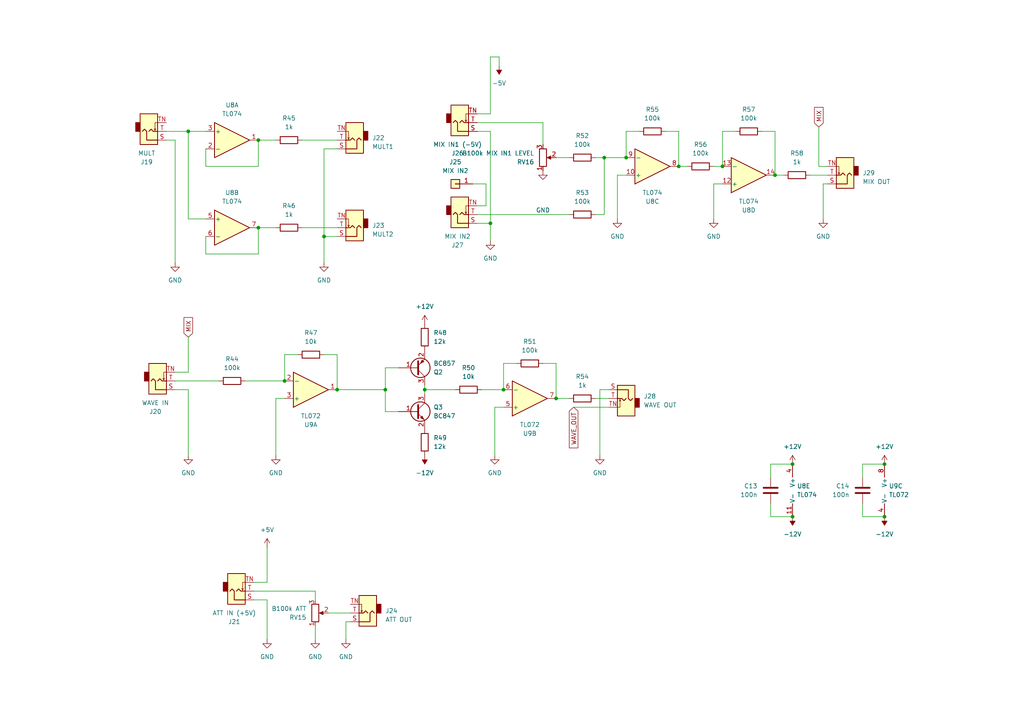
<source format=kicad_sch>
(kicad_sch (version 20211123) (generator eeschema)
  (paper "A4")
  (title_block (title "Polykit X1 Monosynth") (date "2022-09-05") (rev "v0.0.2") (company "Jan Knipper") (comment 1 "github.com/polykit"))
  (lib_symbols
    (symbol "Amplifier_Operational:TL072" (pin_names (offset 0.127))
      (property "Reference" "U" (at 0 5.08 0))
      (property "Value" "TL072" (at 0 -5.08 0))
      (symbol "TL072_1_1"
        (polyline (pts (xy -5.08 5.08) (xy 5.08 0) (xy -5.08 -5.08) (xy -5.08 5.08)) (stroke (width 0.254)) (fill (type background)))
        (pin output line (at 7.62 0 180) (length 2.54) (name "~") (number "1"))
        (pin input line (at -7.62 -2.54 0) (length 2.54) (name "-") (number "2"))
        (pin input line (at -7.62 2.54 0) (length 2.54) (name "+") (number "3"))
      )
      (symbol "TL072_2_1"
        (polyline (pts (xy -5.08 5.08) (xy 5.08 0) (xy -5.08 -5.08) (xy -5.08 5.08)) (stroke (width 0.254)) (fill (type background)))
        (pin input line (at -7.62 2.54 0) (length 2.54) (name "+") (number "5"))
        (pin input line (at -7.62 -2.54 0) (length 2.54) (name "-") (number "6"))
        (pin output line (at 7.62 0 180) (length 2.54) (name "~") (number "7"))
      )
      (symbol "TL072_3_1"
        (pin power_in line (at -2.54 -7.62 90) (length 3.81) (name "V-") (number "4"))
        (pin power_in line (at -2.54 7.62 270) (length 3.81) (name "V+") (number "8"))
      )
    )
    (symbol "Amplifier_Operational:TL074" (pin_names (offset 0.127))
      (property "Reference" "U" (at 0 5.08 0))
      (property "Value" "TL074" (at 0 -5.08 0))
      (symbol "TL074_1_1"
        (polyline (pts (xy -5.08 5.08) (xy 5.08 0) (xy -5.08 -5.08) (xy -5.08 5.08)) (stroke (width 0.254)) (fill (type background)))
        (pin output line (at 7.62 0 180) (length 2.54) (name "~") (number "1"))
        (pin input line (at -7.62 -2.54 0) (length 2.54) (name "-") (number "2"))
        (pin input line (at -7.62 2.54 0) (length 2.54) (name "+") (number "3"))
      )
      (symbol "TL074_2_1"
        (polyline (pts (xy -5.08 5.08) (xy 5.08 0) (xy -5.08 -5.08) (xy -5.08 5.08)) (stroke (width 0.254)) (fill (type background)))
        (pin input line (at -7.62 2.54 0) (length 2.54) (name "+") (number "5"))
        (pin input line (at -7.62 -2.54 0) (length 2.54) (name "-") (number "6"))
        (pin output line (at 7.62 0 180) (length 2.54) (name "~") (number "7"))
      )
      (symbol "TL074_3_1"
        (polyline (pts (xy -5.08 5.08) (xy 5.08 0) (xy -5.08 -5.08) (xy -5.08 5.08)) (stroke (width 0.254)) (fill (type background)))
        (pin input line (at -7.62 2.54 0) (length 2.54) (name "+") (number "10"))
        (pin output line (at 7.62 0 180) (length 2.54) (name "~") (number "8"))
        (pin input line (at -7.62 -2.54 0) (length 2.54) (name "-") (number "9"))
      )
      (symbol "TL074_4_1"
        (polyline (pts (xy -5.08 5.08) (xy 5.08 0) (xy -5.08 -5.08) (xy -5.08 5.08)) (stroke (width 0.254)) (fill (type background)))
        (pin input line (at -7.62 2.54 0) (length 2.54) (name "+") (number "12"))
        (pin input line (at -7.62 -2.54 0) (length 2.54) (name "-") (number "13"))
        (pin output line (at 7.62 0 180) (length 2.54) (name "~") (number "14"))
      )
      (symbol "TL074_5_1"
        (pin power_in line (at -2.54 -7.62 90) (length 3.81) (name "V-") (number "11"))
        (pin power_in line (at -2.54 7.62 270) (length 3.81) (name "V+") (number "4"))
      )
    )
    (symbol "Connector:AudioJack2_SwitchT"
      (property "Reference" "J" (at 0 8.89 0))
      (property "Value" "AudioJack2_SwitchT" (at 0 6.35 0))
      (symbol "AudioJack2_SwitchT_0_1"
        (rectangle (start -2.54 0) (end -3.81 -2.54) (stroke (width 0.254)) (fill (type outline)))
        (polyline (pts (xy 1.778 -0.254) (xy 2.032 -0.762)))
        (polyline (pts (xy 0 0) (xy 0.635 -0.635) (xy 1.27 0) (xy 2.54 0)) (stroke (width 0.254)))
        (polyline (pts (xy 2.54 -2.54) (xy 1.778 -2.54) (xy 1.778 -0.254) (xy 1.524 -0.762)))
        (polyline (pts (xy 2.54 2.54) (xy -0.635 2.54) (xy -0.635 0) (xy -1.27 -0.635) (xy -1.905 0)) (stroke (width 0.254)))
        (rectangle (start 2.54 3.81) (end -2.54 -5.08) (stroke (width 0.254)) (fill (type background)))
      )
      (symbol "AudioJack2_SwitchT_1_1"
        (pin passive line (at 5.08 2.54 180) (length 2.54) (name "~") (number "S"))
        (pin passive line (at 5.08 0 180) (length 2.54) (name "~") (number "T"))
        (pin passive line (at 5.08 -2.54 180) (length 2.54) (name "~") (number "TN"))
      )
    )
    (symbol "Connector_Generic:Conn_01x01" (pin_names (offset 1.016) hide)
      (property "Reference" "J" (at 0 2.54 0))
      (property "Value" "Conn_01x01" (at 0 -2.54 0))
      (symbol "Conn_01x01_1_1"
        (rectangle (start -1.27 0.127) (end 0 -0.127) (stroke (width 0.1524)))
        (rectangle (start -1.27 1.27) (end 1.27 -1.27) (stroke (width 0.254)) (fill (type background)))
        (pin passive line (at -5.08 0 0) (length 3.81) (name "Pin_1") (number "1"))
      )
    )
    (symbol "Device:C" (pin_numbers hide) (pin_names (offset 0.254))
      (property "Reference" "C" (at 0.635 2.54 0))
      (property "Value" "C" (at 0.635 -2.54 0))
      (symbol "C_0_1"
        (polyline (pts (xy -2.032 -0.762) (xy 2.032 -0.762)) (stroke (width 0.508)))
        (polyline (pts (xy -2.032 0.762) (xy 2.032 0.762)) (stroke (width 0.508)))
      )
      (symbol "C_1_1"
        (pin passive line (at 0 3.81 270) (length 2.794) (name "~") (number "1"))
        (pin passive line (at 0 -3.81 90) (length 2.794) (name "~") (number "2"))
      )
    )
    (symbol "Device:R" (pin_numbers hide) (pin_names (offset 0))
      (property "Reference" "R" (at 2.032 0 90))
      (property "Value" "R" (at 0 0 90))
      (symbol "R_0_1"
        (rectangle (start -1.016 -2.54) (end 1.016 2.54) (stroke (width 0.254)))
      )
      (symbol "R_1_1"
        (pin passive line (at 0 3.81 270) (length 1.27) (name "~") (number "1"))
        (pin passive line (at 0 -3.81 90) (length 1.27) (name "~") (number "2"))
      )
    )
    (symbol "Transistor_BJT:BC847" (pin_names (offset 0) hide)
      (property "Reference" "Q" (at 5.08 1.905 0))
      (property "Value" "BC847" (at 5.08 0 0))
      (symbol "BC847_0_1"
        (polyline (pts (xy 0.635 0.635) (xy 2.54 2.54)))
        (polyline (pts (xy 0.635 -0.635) (xy 2.54 -2.54) (xy 2.54 -2.54)))
        (polyline (pts (xy 0.635 1.905) (xy 0.635 -1.905) (xy 0.635 -1.905)) (stroke (width 0.508)))
        (polyline (pts (xy 1.27 -1.778) (xy 1.778 -1.27) (xy 2.286 -2.286) (xy 1.27 -1.778) (xy 1.27 -1.778)) (fill (type outline)))
        (circle (center 1.27 0) (radius 2.8194) (stroke (width 0.254)))
      )
      (symbol "BC847_1_1"
        (pin input line (at -5.08 0 0) (length 5.715) (name "B") (number "1"))
        (pin passive line (at 2.54 -5.08 90) (length 2.54) (name "E") (number "2"))
        (pin passive line (at 2.54 5.08 270) (length 2.54) (name "C") (number "3"))
      )
    )
    (symbol "Transistor_BJT:BC857" (pin_names (offset 0) hide)
      (property "Reference" "Q" (at 5.08 1.905 0))
      (property "Value" "BC857" (at 5.08 0 0))
      (symbol "BC857_0_1"
        (polyline (pts (xy 0.635 0.635) (xy 2.54 2.54)))
        (polyline (pts (xy 0.635 -0.635) (xy 2.54 -2.54) (xy 2.54 -2.54)))
        (polyline (pts (xy 0.635 1.905) (xy 0.635 -1.905) (xy 0.635 -1.905)) (stroke (width 0.508)))
        (polyline (pts (xy 2.286 -1.778) (xy 1.778 -2.286) (xy 1.27 -1.27) (xy 2.286 -1.778) (xy 2.286 -1.778)) (fill (type outline)))
        (circle (center 1.27 0) (radius 2.8194) (stroke (width 0.254)))
      )
      (symbol "BC857_1_1"
        (pin input line (at -5.08 0 0) (length 5.715) (name "B") (number "1"))
        (pin passive line (at 2.54 -5.08 90) (length 2.54) (name "E") (number "2"))
        (pin passive line (at 2.54 5.08 270) (length 2.54) (name "C") (number "3"))
      )
    )
    (symbol "lfo-rescue:R_POT-Device" (pin_names (offset 1.016) hide)
      (property "Reference" "RV" (at -4.445 0 90))
      (property "Value" "R_POT-Device" (at -2.54 0 90))
      (symbol "R_POT-Device_0_1"
        (polyline (pts (xy 2.54 0) (xy 1.524 0)))
        (polyline (pts (xy 1.143 0) (xy 2.286 0.508) (xy 2.286 -0.508) (xy 1.143 0)) (fill (type outline)))
        (rectangle (start 1.016 2.54) (end -1.016 -2.54) (stroke (width 0.254)))
      )
      (symbol "R_POT-Device_1_1"
        (pin passive line (at 0 3.81 270) (length 1.27) (name "1") (number "1"))
        (pin passive line (at 3.81 0 180) (length 1.27) (name "2") (number "2"))
        (pin passive line (at 0 -3.81 90) (length 1.27) (name "3") (number "3"))
      )
    )
    (symbol "power:+12V" (power) (pin_names (offset 0))
      (property "Value" "+12V" (at 0 3.556 0))
      (symbol "+12V_0_1"
        (polyline (pts (xy -0.762 1.27) (xy 0 2.54)))
        (polyline (pts (xy 0 0) (xy 0 2.54)))
        (polyline (pts (xy 0 2.54) (xy 0.762 1.27)))
      )
      (symbol "+12V_1_1"
        (pin power_in line (at 0 0 90) (length 0) hide (name "+12V") (number "1"))
      )
    )
    (symbol "power:+5V" (power) (pin_names (offset 0))
      (property "Value" "+5V" (at 0 3.556 0))
      (symbol "+5V_0_1"
        (polyline (pts (xy -0.762 1.27) (xy 0 2.54)))
        (polyline (pts (xy 0 0) (xy 0 2.54)))
        (polyline (pts (xy 0 2.54) (xy 0.762 1.27)))
      )
      (symbol "+5V_1_1"
        (pin power_in line (at 0 0 90) (length 0) hide (name "+5V") (number "1"))
      )
    )
    (symbol "power:-12V" (power) (pin_names (offset 0))
      (property "Value" "-12V" (at 0 3.81 0))
      (symbol "-12V_0_0"
        (pin power_in line (at 0 0 90) (length 0) hide (name "-12V") (number "1"))
      )
      (symbol "-12V_0_1"
        (polyline (pts (xy 0 0) (xy 0 1.27) (xy 0.762 1.27) (xy 0 2.54) (xy -0.762 1.27) (xy 0 1.27)) (fill (type outline)))
      )
    )
    (symbol "power:-5V" (power) (pin_names (offset 0))
      (property "Value" "-5V" (at 0 3.81 0))
      (symbol "-5V_0_0"
        (pin power_in line (at 0 0 90) (length 0) hide (name "-5V") (number "1"))
      )
      (symbol "-5V_0_1"
        (polyline (pts (xy 0 0) (xy 0 1.27) (xy 0.762 1.27) (xy 0 2.54) (xy -0.762 1.27) (xy 0 1.27)) (fill (type outline)))
      )
    )
    (symbol "power:GND" (power) (pin_names (offset 0))
      (property "Value" "GND" (at 0 -3.81 0))
      (symbol "GND_0_1"
        (polyline (pts (xy 0 0) (xy 0 -1.27) (xy 1.27 -1.27) (xy 0 -2.54) (xy -1.27 -1.27) (xy 0 -1.27)))
      )
      (symbol "GND_1_1"
        (pin power_in line (at 0 0 270) (length 0) hide (name "GND") (number "1"))
      )
    )
  )
  (junction (at 229.87 149.86))
  (junction (at 123.19 113.03))
  (junction (at 54.61 38.1))
  (junction (at 82.55 110.49))
  (junction (at 93.98 68.58))
  (junction (at 111.76 113.03))
  (junction (at 142.24 64.77))
  (junction (at 161.29 115.57))
  (junction (at 256.54 134.62))
  (junction (at 146.05 113.03))
  (junction (at 97.79 113.03))
  (junction (at 74.93 40.64))
  (junction (at 181.61 45.72))
  (junction (at 229.87 134.62))
  (junction (at 256.54 149.86))
  (junction (at 209.55 48.26))
  (junction (at 196.85 48.26))
  (junction (at 175.26 45.72))
  (junction (at 74.93 66.04))
  (junction (at 224.79 50.8))
  (wire (pts (xy 77.47 173.99) (xy 77.47 185.42)))
  (wire (pts (xy 97.79 102.87) (xy 97.79 113.03)))
  (wire (pts (xy 181.61 38.1) (xy 181.61 45.72)))
  (wire (pts (xy 142.24 64.77) (xy 142.24 69.85)))
  (wire (pts (xy 144.78 16.51) (xy 144.78 19.05)))
  (wire (pts (xy 223.52 146.05) (xy 223.52 149.86)))
  (wire (pts (xy 100.33 185.42) (xy 100.33 180.34)))
  (wire (pts (xy 138.43 38.1) (xy 142.24 38.1)))
  (wire (pts (xy 123.19 113.03) (xy 123.19 114.3)))
  (wire (pts (xy 138.43 62.23) (xy 165.1 62.23)))
  (wire (pts (xy 71.12 110.49) (xy 82.55 110.49)))
  (wire (pts (xy 91.44 171.45) (xy 73.66 171.45)))
  (wire (pts (xy 175.26 45.72) (xy 175.26 62.23)))
  (wire (pts (xy 250.19 134.62) (xy 250.19 138.43)))
  (wire (pts (xy 157.48 105.41) (xy 161.29 105.41)))
  (wire (pts (xy 256.54 134.62) (xy 250.19 134.62)))
  (wire (pts (xy 138.43 64.77) (xy 142.24 64.77)))
  (wire (pts (xy 97.79 40.64) (xy 87.63 40.64)))
  (wire (pts (xy 176.53 113.03) (xy 173.99 113.03)))
  (wire (pts (xy 143.51 118.11) (xy 143.51 132.08)))
  (wire (pts (xy 123.19 113.03) (xy 132.08 113.03)))
  (wire (pts (xy 82.55 115.57) (xy 80.01 115.57)))
  (wire (pts (xy 193.04 38.1) (xy 196.85 38.1)))
  (wire (pts (xy 97.79 66.04) (xy 87.63 66.04)))
  (wire (pts (xy 250.19 149.86) (xy 256.54 149.86)))
  (wire (pts (xy 166.37 118.11) (xy 176.53 118.11)))
  (wire (pts (xy 54.61 38.1) (xy 59.69 38.1)))
  (wire (pts (xy 142.24 16.51) (xy 144.78 16.51)))
  (wire (pts (xy 59.69 43.18) (xy 59.69 48.26)))
  (wire (pts (xy 93.98 102.87) (xy 97.79 102.87)))
  (wire (pts (xy 238.76 63.5) (xy 238.76 53.34)))
  (wire (pts (xy 50.8 110.49) (xy 63.5 110.49)))
  (wire (pts (xy 50.8 107.95) (xy 54.61 107.95)))
  (wire (pts (xy 54.61 107.95) (xy 54.61 97.79)))
  (wire (pts (xy 48.26 38.1) (xy 54.61 38.1)))
  (wire (pts (xy 86.36 102.87) (xy 82.55 102.87)))
  (wire (pts (xy 111.76 113.03) (xy 111.76 119.38)))
  (wire (pts (xy 196.85 38.1) (xy 196.85 48.26)))
  (wire (pts (xy 220.98 38.1) (xy 224.79 38.1)))
  (wire (pts (xy 142.24 33.02) (xy 142.24 16.51)))
  (wire (pts (xy 223.52 134.62) (xy 223.52 138.43)))
  (wire (pts (xy 161.29 115.57) (xy 165.1 115.57)))
  (wire (pts (xy 91.44 173.99) (xy 91.44 171.45)))
  (wire (pts (xy 93.98 68.58) (xy 97.79 68.58)))
  (wire (pts (xy 48.26 40.64) (xy 50.8 40.64)))
  (wire (pts (xy 237.49 36.83) (xy 237.49 48.26)))
  (wire (pts (xy 181.61 50.8) (xy 179.07 50.8)))
  (wire (pts (xy 80.01 40.64) (xy 74.93 40.64)))
  (wire (pts (xy 54.61 38.1) (xy 54.61 63.5)))
  (wire (pts (xy 240.03 50.8) (xy 234.95 50.8)))
  (wire (pts (xy 140.97 59.69) (xy 138.43 59.69)))
  (wire (pts (xy 123.19 111.76) (xy 123.19 113.03)))
  (wire (pts (xy 237.49 48.26) (xy 240.03 48.26)))
  (wire (pts (xy 139.7 113.03) (xy 146.05 113.03)))
  (wire (pts (xy 238.76 53.34) (xy 240.03 53.34)))
  (wire (pts (xy 59.69 68.58) (xy 59.69 73.66)))
  (wire (pts (xy 73.66 173.99) (xy 77.47 173.99)))
  (wire (pts (xy 172.72 115.57) (xy 176.53 115.57)))
  (wire (pts (xy 80.01 115.57) (xy 80.01 132.08)))
  (wire (pts (xy 73.66 168.91) (xy 77.47 168.91)))
  (wire (pts (xy 111.76 119.38) (xy 115.57 119.38)))
  (wire (pts (xy 138.43 35.56) (xy 157.48 35.56)))
  (wire (pts (xy 74.93 73.66) (xy 74.93 66.04)))
  (wire (pts (xy 50.8 113.03) (xy 54.61 113.03)))
  (wire (pts (xy 146.05 105.41) (xy 146.05 113.03)))
  (wire (pts (xy 59.69 48.26) (xy 74.93 48.26)))
  (wire (pts (xy 179.07 50.8) (xy 179.07 63.5)))
  (wire (pts (xy 77.47 168.91) (xy 77.47 158.75)))
  (wire (pts (xy 142.24 33.02) (xy 138.43 33.02)))
  (wire (pts (xy 137.16 53.34) (xy 140.97 53.34)))
  (wire (pts (xy 80.01 66.04) (xy 74.93 66.04)))
  (wire (pts (xy 149.86 105.41) (xy 146.05 105.41)))
  (wire (pts (xy 50.8 40.64) (xy 50.8 76.2)))
  (wire (pts (xy 172.72 45.72) (xy 175.26 45.72)))
  (wire (pts (xy 93.98 68.58) (xy 93.98 76.2)))
  (wire (pts (xy 100.33 180.34) (xy 101.6 180.34)))
  (wire (pts (xy 146.05 118.11) (xy 143.51 118.11)))
  (wire (pts (xy 111.76 106.68) (xy 111.76 113.03)))
  (wire (pts (xy 213.36 38.1) (xy 209.55 38.1)))
  (wire (pts (xy 209.55 38.1) (xy 209.55 48.26)))
  (wire (pts (xy 229.87 134.62) (xy 223.52 134.62)))
  (wire (pts (xy 161.29 45.72) (xy 165.1 45.72)))
  (wire (pts (xy 74.93 48.26) (xy 74.93 40.64)))
  (wire (pts (xy 97.79 113.03) (xy 111.76 113.03)))
  (wire (pts (xy 250.19 146.05) (xy 250.19 149.86)))
  (wire (pts (xy 161.29 105.41) (xy 161.29 115.57)))
  (wire (pts (xy 54.61 63.5) (xy 59.69 63.5)))
  (wire (pts (xy 91.44 181.61) (xy 91.44 185.42)))
  (wire (pts (xy 223.52 149.86) (xy 229.87 149.86)))
  (wire (pts (xy 207.01 53.34) (xy 207.01 63.5)))
  (wire (pts (xy 82.55 102.87) (xy 82.55 110.49)))
  (wire (pts (xy 142.24 38.1) (xy 142.24 64.77)))
  (wire (pts (xy 157.48 41.91) (xy 157.48 35.56)))
  (wire (pts (xy 140.97 53.34) (xy 140.97 59.69)))
  (wire (pts (xy 199.39 48.26) (xy 196.85 48.26)))
  (wire (pts (xy 172.72 62.23) (xy 175.26 62.23)))
  (wire (pts (xy 173.99 113.03) (xy 173.99 132.08)))
  (wire (pts (xy 95.25 177.8) (xy 101.6 177.8)))
  (wire (pts (xy 97.79 43.18) (xy 93.98 43.18)))
  (wire (pts (xy 59.69 73.66) (xy 74.93 73.66)))
  (wire (pts (xy 93.98 43.18) (xy 93.98 68.58)))
  (wire (pts (xy 185.42 38.1) (xy 181.61 38.1)))
  (wire (pts (xy 209.55 53.34) (xy 207.01 53.34)))
  (wire (pts (xy 224.79 38.1) (xy 224.79 50.8)))
  (wire (pts (xy 54.61 113.03) (xy 54.61 132.08)))
  (wire (pts (xy 227.33 50.8) (xy 224.79 50.8)))
  (wire (pts (xy 209.55 48.26) (xy 207.01 48.26)))
  (wire (pts (xy 115.57 106.68) (xy 111.76 106.68)))
  (wire (pts (xy 175.26 45.72) (xy 181.61 45.72)))
  (global_label "MIX" (shape input) (at 237.49 36.83 90) (property "Intersheet References" "${INTERSHEET_REFS}" (effects hide)))
  (global_label "MIX" (shape input) (at 54.61 97.79 90) (property "Intersheet References" "${INTERSHEET_REFS}" (effects hide)))
  (global_label "WAVE_OUT" (shape input) (at 166.37 118.11 270) (property "Intersheet References" "${INTERSHEET_REFS}" (effects hide)))
  (symbol (lib_id "Connector:AudioJack2_SwitchT") (at 45.72 110.49 0) (mirror x) (unit 1)
    (property "Reference" "J20" (at 45.085 119.38 0))
    (property "Value" "WAVE IN" (at 45.085 116.84 0))
    (property "Footprint" "Connector_Audio:Jack_3.5mm_QingPu_WQP-PJ398SM_Vertical_CircularHoles" (effects hide))
  )
  (symbol (lib_id "Device:C") (at 223.52 142.24 0) (unit 1)
    (property "Reference" "C13" (at 219.71 140.9699 0) (effects (justify right)))
    (property "Value" "100n" (at 219.71 143.5099 0) (effects (justify right)))
    (property "Footprint" "Capacitor_SMD:C_1206_3216Metric_Pad1.33x1.80mm_HandSolder" (effects hide))
    (property "LCSC" "C24497" (effects hide))
  )
  (symbol (lib_id "Device:R") (at 67.31 110.49 90) (unit 1)
    (property "Reference" "R44" (at 67.31 104.14 90))
    (property "Value" "100k" (at 67.31 106.68 90))
    (property "Footprint" "Resistor_SMD:R_1206_3216Metric_Pad1.30x1.75mm_HandSolder" (effects hide))
    (property "LCSC" "C4410" (effects hide))
  )
  (symbol (lib_id "Device:R") (at 123.19 97.79 180) (unit 1)
    (property "Reference" "R48" (at 125.73 96.5199 0) (effects (justify right)))
    (property "Value" "12k" (at 125.73 99.0599 0) (effects (justify right)))
    (property "Footprint" "Resistor_SMD:R_1206_3216Metric_Pad1.30x1.75mm_HandSolder" (effects hide))
    (property "LCSC" "C4410" (effects hide))
  )
  (symbol (lib_id "power:+12V") (at 123.19 93.98 0) (unit 1)
    (property "Reference" "#PWR092" (effects hide))
    (property "Value" "+12V" (at 123.19 88.9 0))
  )
  (symbol (lib_id "power:-12V") (at 256.54 149.86 180) (unit 1)
    (property "Reference" "#PWR0105" (effects hide))
    (property "Value" "-12V" (at 256.54 154.94 0))
  )
  (symbol (lib_id "power:GND") (at 157.48 49.53 0) (unit 1)
    (property "Reference" "#PWR097" (effects hide))
    (property "Value" "GND" (at 157.48 60.96 0))
  )
  (symbol (lib_id "power:GND") (at 50.8 76.2 0) (unit 1)
    (property "Reference" "#PWR084" (effects hide))
    (property "Value" "GND" (at 50.8 81.28 0))
  )
  (symbol (lib_id "power:GND") (at 77.47 185.42 0) (unit 1)
    (property "Reference" "#PWR087" (effects hide))
    (property "Value" "GND" (at 77.47 190.5 0))
  )
  (symbol (lib_id "power:GND") (at 179.07 63.5 0) (unit 1)
    (property "Reference" "#PWR099" (effects hide))
    (property "Value" "GND" (at 179.07 68.58 0))
  )
  (symbol (lib_id "Device:R") (at 135.89 113.03 90) (unit 1)
    (property "Reference" "R50" (at 135.89 106.68 90))
    (property "Value" "10k" (at 135.89 109.22 90))
    (property "Footprint" "Resistor_SMD:R_1206_3216Metric_Pad1.30x1.75mm_HandSolder" (effects hide))
    (property "LCSC" "C4410" (effects hide))
  )
  (symbol (lib_id "power:GND") (at 100.33 185.42 0) (unit 1)
    (property "Reference" "#PWR091" (effects hide))
    (property "Value" "GND" (at 100.33 190.5 0))
  )
  (symbol (lib_id "lfo-rescue:R_POT-Device") (at 157.48 45.72 0) (mirror x) (unit 1)
    (property "Reference" "RV16" (at 154.94 46.9901 0) (effects (justify right)))
    (property "Value" "B100k MIX IN1 LEVEL" (at 154.94 44.4501 0) (effects (justify right)))
    (property "Footprint" "Potentiometer_THT:Potentiometer_Alpha_RD901F-40-00D_Single_Vertical_CircularHoles" (effects hide))
  )
  (symbol (lib_id "Connector:AudioJack2_SwitchT") (at 102.87 40.64 180) (unit 1)
    (property "Reference" "J22" (at 107.95 40.0049 0) (effects (justify right)))
    (property "Value" "MULT1" (at 107.95 42.5449 0) (effects (justify right)))
    (property "Footprint" "Connector_Audio:Jack_3.5mm_QingPu_WQP-PJ398SM_Vertical_CircularHoles" (effects hide))
  )
  (symbol (lib_id "Transistor_BJT:BC847") (at 120.65 119.38 0) (unit 1)
    (property "Reference" "Q3" (at 125.73 118.1099 0) (effects (justify left)))
    (property "Value" "BC847" (at 125.73 120.6499 0) (effects (justify left)))
    (property "Footprint" "Package_TO_SOT_SMD:SOT-23" (effects hide))
    (property "Datasheet" "http://www.infineon.com/dgdl/Infineon-BC847SERIES_BC848SERIES_BC849SERIES_BC850SERIES-DS-v01_01-en.pdf?fileId=db3a304314dca389011541d4630a1657" (effects hide))
  )
  (symbol (lib_id "power:GND") (at 93.98 76.2 0) (unit 1)
    (property "Reference" "#PWR090" (effects hide))
    (property "Value" "GND" (at 93.98 81.28 0))
  )
  (symbol (lib_id "Amplifier_Operational:TL072") (at 153.67 115.57 0) (mirror x) (unit 2)
    (property "Reference" "U9" (at 153.67 125.73 0))
    (property "Value" "TL072" (at 153.67 123.19 0))
    (property "Datasheet" "http://www.ti.com/lit/ds/symlink/tl071.pdf" (effects hide))
  )
  (symbol (lib_id "Device:R") (at 168.91 45.72 90) (unit 1)
    (property "Reference" "R52" (at 168.91 39.37 90))
    (property "Value" "100k" (at 168.91 41.91 90))
    (property "Footprint" "Resistor_SMD:R_1206_3216Metric_Pad1.30x1.75mm_HandSolder" (effects hide))
    (property "LCSC" "C17900" (effects hide))
  )
  (symbol (lib_id "Connector:AudioJack2_SwitchT") (at 133.35 35.56 0) (mirror x) (unit 1)
    (property "Reference" "J26" (at 132.715 44.45 0))
    (property "Value" "MIX IN1 (-5V)" (at 132.715 41.91 0))
    (property "Footprint" "Connector_Audio:Jack_3.5mm_QingPu_WQP-PJ398SM_Vertical_CircularHoles" (effects hide))
  )
  (symbol (lib_id "Device:R") (at 168.91 115.57 90) (unit 1)
    (property "Reference" "R54" (at 168.91 109.22 90))
    (property "Value" "1k" (at 168.91 111.76 90))
    (property "Footprint" "Resistor_SMD:R_1206_3216Metric_Pad1.30x1.75mm_HandSolder" (effects hide))
    (property "LCSC" "C4410" (effects hide))
  )
  (symbol (lib_id "Connector:AudioJack2_SwitchT") (at 245.11 50.8 180) (unit 1)
    (property "Reference" "J29" (at 250.19 50.1649 0) (effects (justify right)))
    (property "Value" "MIX OUT" (at 250.19 52.7049 0) (effects (justify right)))
    (property "Footprint" "Connector_Audio:Jack_3.5mm_QingPu_WQP-PJ398SM_Vertical_CircularHoles" (effects hide))
  )
  (symbol (lib_id "Device:C") (at 250.19 142.24 0) (unit 1)
    (property "Reference" "C14" (at 246.38 140.9699 0) (effects (justify right)))
    (property "Value" "100n" (at 246.38 143.5099 0) (effects (justify right)))
    (property "Footprint" "Capacitor_SMD:C_1206_3216Metric_Pad1.33x1.80mm_HandSolder" (effects hide))
    (property "LCSC" "C24497" (effects hide))
  )
  (symbol (lib_id "Device:R") (at 217.17 38.1 90) (unit 1)
    (property "Reference" "R57" (at 217.17 31.75 90))
    (property "Value" "100k" (at 217.17 34.29 90))
    (property "Footprint" "Resistor_SMD:R_1206_3216Metric_Pad1.30x1.75mm_HandSolder" (effects hide))
    (property "LCSC" "C17900" (effects hide))
  )
  (symbol (lib_id "Transistor_BJT:BC857") (at 120.65 106.68 0) (mirror x) (unit 1)
    (property "Reference" "Q2" (at 125.73 107.9501 0) (effects (justify left)))
    (property "Value" "BC857" (at 125.73 105.4101 0) (effects (justify left)))
    (property "Footprint" "Package_TO_SOT_SMD:SOT-23" (effects hide))
    (property "Datasheet" "https://www.onsemi.com/pub/Collateral/BC860-D.pdf" (effects hide))
  )
  (symbol (lib_id "Device:R") (at 90.17 102.87 90) (unit 1)
    (property "Reference" "R47" (at 90.17 96.52 90))
    (property "Value" "10k" (at 90.17 99.06 90))
    (property "Footprint" "Resistor_SMD:R_1206_3216Metric_Pad1.30x1.75mm_HandSolder" (effects hide))
    (property "LCSC" "C4410" (effects hide))
  )
  (symbol (lib_id "Connector:AudioJack2_SwitchT") (at 68.58 171.45 0) (mirror x) (unit 1)
    (property "Reference" "J21" (at 67.945 180.34 0))
    (property "Value" "ATT IN (+5V)" (at 67.945 177.8 0))
    (property "Footprint" "Connector_Audio:Jack_3.5mm_QingPu_WQP-PJ398SM_Vertical_CircularHoles" (effects hide))
  )
  (symbol (lib_id "power:+12V") (at 229.87 134.62 0) (unit 1)
    (property "Reference" "#PWR0101" (effects hide))
    (property "Value" "+12V" (at 229.87 129.54 0))
  )
  (symbol (lib_id "Amplifier_Operational:TL074") (at 189.23 48.26 0) (mirror x) (unit 3)
    (property "Reference" "U8" (at 189.23 58.42 0))
    (property "Value" "TL074" (at 189.23 55.88 0))
    (property "Footprint" "Package_SO:SO-14_3.9x8.65mm_P1.27mm" (effects hide))
    (property "Datasheet" "http://www.ti.com/lit/ds/symlink/tl071.pdf" (effects hide))
    (property "LCSC" "C6963" (effects hide))
  )
  (symbol (lib_id "Connector:AudioJack2_SwitchT") (at 43.18 38.1 0) (mirror x) (unit 1)
    (property "Reference" "J19" (at 42.545 46.99 0))
    (property "Value" "MULT" (at 42.545 44.45 0))
    (property "Footprint" "Connector_Audio:Jack_3.5mm_QingPu_WQP-PJ398SM_Vertical_CircularHoles" (effects hide))
  )
  (symbol (lib_id "power:GND") (at 143.51 132.08 0) (unit 1)
    (property "Reference" "#PWR095" (effects hide))
    (property "Value" "GND" (at 143.51 137.16 0))
  )
  (symbol (lib_id "Amplifier_Operational:TL072") (at 90.17 113.03 0) (mirror x) (unit 1)
    (property "Reference" "U9" (at 90.17 123.19 0))
    (property "Value" "TL072" (at 90.17 120.65 0))
    (property "Footprint" "Package_SO:SO-8_3.9x4.9mm_P1.27mm" (effects hide))
    (property "Datasheet" "http://www.ti.com/lit/ds/symlink/tl071.pdf" (effects hide))
  )
  (symbol (lib_id "Connector:AudioJack2_SwitchT") (at 102.87 66.04 180) (unit 1)
    (property "Reference" "J23" (at 107.95 65.4049 0) (effects (justify right)))
    (property "Value" "MULT2" (at 107.95 67.9449 0) (effects (justify right)))
    (property "Footprint" "Connector_Audio:Jack_3.5mm_QingPu_WQP-PJ398SM_Vertical_CircularHoles" (effects hide))
  )
  (symbol (lib_id "Connector:AudioJack2_SwitchT") (at 106.68 177.8 180) (unit 1)
    (property "Reference" "J24" (at 111.76 177.1649 0) (effects (justify right)))
    (property "Value" "ATT OUT" (at 111.76 179.7049 0) (effects (justify right)))
    (property "Footprint" "Connector_Audio:Jack_3.5mm_QingPu_WQP-PJ398SM_Vertical_CircularHoles" (effects hide))
  )
  (symbol (lib_id "power:GND") (at 54.61 132.08 0) (unit 1)
    (property "Reference" "#PWR085" (effects hide))
    (property "Value" "GND" (at 54.61 137.16 0))
  )
  (symbol (lib_id "Connector_Generic:Conn_01x01") (at 132.08 53.34 180) (unit 1)
    (property "Reference" "J25" (at 132.08 46.99 0))
    (property "Value" "MIX IN2" (at 132.08 49.53 0))
    (property "Footprint" "Connector_Pin:Pin_D1.0mm_L10.0mm" (effects hide))
  )
  (symbol (lib_id "power:GND") (at 207.01 63.5 0) (unit 1)
    (property "Reference" "#PWR0100" (effects hide))
    (property "Value" "GND" (at 207.01 68.58 0))
  )
  (symbol (lib_id "Device:R") (at 168.91 62.23 90) (unit 1)
    (property "Reference" "R53" (at 168.91 55.88 90))
    (property "Value" "100k" (at 168.91 58.42 90))
    (property "Footprint" "Resistor_SMD:R_1206_3216Metric_Pad1.30x1.75mm_HandSolder" (effects hide))
    (property "LCSC" "C17900" (effects hide))
  )
  (symbol (lib_id "Amplifier_Operational:TL074") (at 217.17 50.8 0) (mirror x) (unit 4)
    (property "Reference" "U8" (at 217.17 60.96 0))
    (property "Value" "TL074" (at 217.17 58.42 0))
    (property "Footprint" "Package_SO:SO-14_3.9x8.65mm_P1.27mm" (effects hide))
    (property "Datasheet" "http://www.ti.com/lit/ds/symlink/tl071.pdf" (effects hide))
    (property "LCSC" "C6963" (effects hide))
  )
  (symbol (lib_id "Connector:AudioJack2_SwitchT") (at 133.35 62.23 0) (mirror x) (unit 1)
    (property "Reference" "J27" (at 132.715 71.12 0))
    (property "Value" "MIX IN2" (at 132.715 68.58 0))
    (property "Footprint" "Connector_Audio:Jack_3.5mm_QingPu_WQP-PJ398SM_Vertical_CircularHoles" (effects hide))
  )
  (symbol (lib_id "power:-12V") (at 229.87 149.86 180) (unit 1)
    (property "Reference" "#PWR0102" (effects hide))
    (property "Value" "-12V" (at 229.87 154.94 0))
  )
  (symbol (lib_id "power:GND") (at 91.44 185.42 0) (unit 1)
    (property "Reference" "#PWR089" (effects hide))
    (property "Value" "GND" (at 91.44 190.5 0))
  )
  (symbol (lib_id "power:+5V") (at 77.47 158.75 0) (unit 1)
    (property "Reference" "#PWR086" (effects hide))
    (property "Value" "+5V" (at 77.47 153.67 0))
  )
  (symbol (lib_id "power:GND") (at 238.76 63.5 0) (unit 1)
    (property "Reference" "#PWR0103" (effects hide))
    (property "Value" "GND" (at 238.76 68.58 0))
  )
  (symbol (lib_id "Amplifier_Operational:TL074") (at 67.31 40.64 0) (unit 1)
    (property "Reference" "U8" (at 67.31 30.48 0))
    (property "Value" "TL074" (at 67.31 33.02 0))
    (property "Footprint" "Package_SO:SO-14_3.9x8.65mm_P1.27mm" (effects hide))
    (property "Datasheet" "http://www.ti.com/lit/ds/symlink/tl071.pdf" (effects hide))
    (property "LCSC" "C6963" (effects hide))
  )
  (symbol (lib_id "lfo-rescue:R_POT-Device") (at 91.44 177.8 0) (mirror x) (unit 1)
    (property "Reference" "RV15" (at 88.9 179.0701 0) (effects (justify right)))
    (property "Value" "B100k ATT" (at 88.9 176.5301 0) (effects (justify right)))
    (property "Footprint" "Potentiometer_THT:Potentiometer_Alpha_RD901F-40-00D_Single_Vertical_CircularHoles" (effects hide))
  )
  (symbol (lib_id "Device:R") (at 153.67 105.41 90) (unit 1)
    (property "Reference" "R51" (at 153.67 99.06 90))
    (property "Value" "100k" (at 153.67 101.6 90))
    (property "Footprint" "Resistor_SMD:R_1206_3216Metric_Pad1.30x1.75mm_HandSolder" (effects hide))
    (property "LCSC" "C4410" (effects hide))
  )
  (symbol (lib_id "Device:R") (at 203.2 48.26 90) (unit 1)
    (property "Reference" "R56" (at 203.2 41.91 90))
    (property "Value" "100k" (at 203.2 44.45 90))
    (property "Footprint" "Resistor_SMD:R_1206_3216Metric_Pad1.30x1.75mm_HandSolder" (effects hide))
    (property "LCSC" "C17900" (effects hide))
  )
  (symbol (lib_id "power:GND") (at 80.01 132.08 0) (unit 1)
    (property "Reference" "#PWR088" (effects hide))
    (property "Value" "GND" (at 80.01 137.16 0))
  )
  (symbol (lib_id "power:-5V") (at 144.78 19.05 180) (unit 1)
    (property "Reference" "#PWR096" (effects hide))
    (property "Value" "-5V" (at 144.78 24.13 0))
  )
  (symbol (lib_id "Device:R") (at 83.82 66.04 90) (unit 1)
    (property "Reference" "R46" (at 83.82 59.69 90))
    (property "Value" "1k" (at 83.82 62.23 90))
    (property "Footprint" "Resistor_SMD:R_1206_3216Metric_Pad1.30x1.75mm_HandSolder" (effects hide))
    (property "LCSC" "C4410" (effects hide))
  )
  (symbol (lib_id "power:+12V") (at 256.54 134.62 0) (unit 1)
    (property "Reference" "#PWR0104" (effects hide))
    (property "Value" "+12V" (at 256.54 129.54 0))
  )
  (symbol (lib_id "power:GND") (at 142.24 69.85 0) (unit 1)
    (property "Reference" "#PWR094" (effects hide))
    (property "Value" "GND" (at 142.24 74.93 0))
  )
  (symbol (lib_id "Amplifier_Operational:TL074") (at 232.41 142.24 0) (unit 5)
    (property "Reference" "U8" (at 231.14 140.9699 0) (effects (justify left)))
    (property "Value" "TL074" (at 231.14 143.5099 0) (effects (justify left)))
    (property "Footprint" "Package_SO:SO-14_3.9x8.65mm_P1.27mm" (effects hide))
    (property "Datasheet" "http://www.ti.com/lit/ds/symlink/tl071.pdf" (effects hide))
    (property "LCSC" "C6963" (effects hide))
  )
  (symbol (lib_id "Device:R") (at 123.19 128.27 180) (unit 1)
    (property "Reference" "R49" (at 125.73 126.9999 0) (effects (justify right)))
    (property "Value" "12k" (at 125.73 129.5399 0) (effects (justify right)))
    (property "Footprint" "Resistor_SMD:R_1206_3216Metric_Pad1.30x1.75mm_HandSolder" (effects hide))
    (property "LCSC" "C4410" (effects hide))
  )
  (symbol (lib_id "Device:R") (at 83.82 40.64 90) (unit 1)
    (property "Reference" "R45" (at 83.82 34.29 90))
    (property "Value" "1k" (at 83.82 36.83 90))
    (property "Footprint" "Resistor_SMD:R_1206_3216Metric_Pad1.30x1.75mm_HandSolder" (effects hide))
    (property "LCSC" "C4410" (effects hide))
  )
  (symbol (lib_id "power:GND") (at 173.99 132.08 0) (unit 1)
    (property "Reference" "#PWR098" (effects hide))
    (property "Value" "GND" (at 173.99 137.16 0))
  )
  (symbol (lib_id "Amplifier_Operational:TL074") (at 67.31 66.04 0) (unit 2)
    (property "Reference" "U8" (at 67.31 55.88 0))
    (property "Value" "TL074" (at 67.31 58.42 0))
    (property "Footprint" "Package_SO:SO-14_3.9x8.65mm_P1.27mm" (effects hide))
    (property "Datasheet" "http://www.ti.com/lit/ds/symlink/tl071.pdf" (effects hide))
    (property "LCSC" "C6963" (effects hide))
  )
  (symbol (lib_id "Device:R") (at 189.23 38.1 90) (unit 1)
    (property "Reference" "R55" (at 189.23 31.75 90))
    (property "Value" "100k" (at 189.23 34.29 90))
    (property "Footprint" "Resistor_SMD:R_1206_3216Metric_Pad1.30x1.75mm_HandSolder" (effects hide))
    (property "LCSC" "C17900" (effects hide))
  )
  (symbol (lib_id "Device:R") (at 231.14 50.8 90) (unit 1)
    (property "Reference" "R58" (at 231.14 44.45 90))
    (property "Value" "1k" (at 231.14 46.99 90))
    (property "Footprint" "Resistor_SMD:R_1206_3216Metric_Pad1.30x1.75mm_HandSolder" (effects hide))
    (property "LCSC" "C4410" (effects hide))
  )
  (symbol (lib_id "Connector:AudioJack2_SwitchT") (at 181.61 115.57 0) (mirror y) (unit 1)
    (property "Reference" "J28" (at 186.69 114.9349 0) (effects (justify right)))
    (property "Value" "WAVE OUT" (at 186.69 117.4749 0) (effects (justify right)))
    (property "Footprint" "Connector_Audio:Jack_3.5mm_QingPu_WQP-PJ398SM_Vertical_CircularHoles" (effects hide))
  )
  (symbol (lib_id "Amplifier_Operational:TL072") (at 259.08 142.24 0) (unit 3)
    (property "Reference" "U9" (at 257.81 140.9699 0) (effects (justify left)))
    (property "Value" "TL072" (at 257.81 143.5099 0) (effects (justify left)))
    (property "Datasheet" "http://www.ti.com/lit/ds/symlink/tl071.pdf" (effects hide))
  )
  (symbol (lib_id "power:-12V") (at 123.19 132.08 180) (unit 1)
    (property "Reference" "#PWR093" (effects hide))
    (property "Value" "-12V" (at 123.19 137.16 0))
  )
)
</source>
